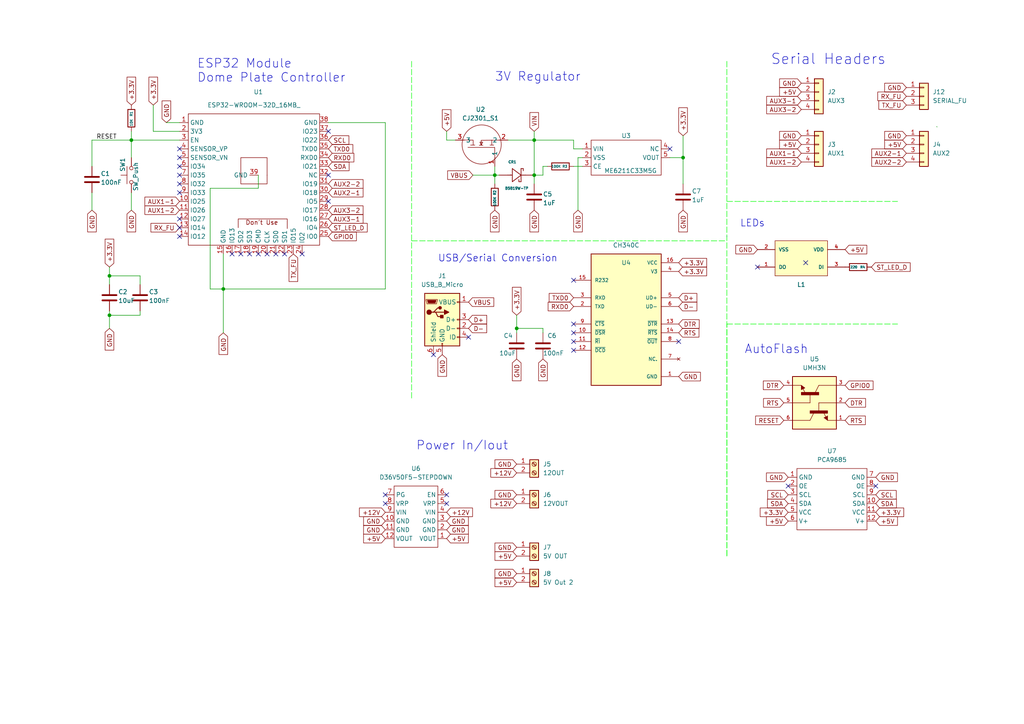
<source format=kicad_sch>
(kicad_sch (version 20211123) (generator eeschema)
  (paper "A4")
  (title_block (title "Dome Plate Controller") (date "2022-11-16") (rev "2.0") (company "Created by: Greg Hulette") (comment 3 "- Controls Serial Comms to other devices") (comment 4 "- Accepts ESP-NOW messages"))
  (lib_symbols
    (symbol "B5819W-TP_1" (pin_numbers hide) (pin_names hide)
      (property "Reference" "CR" (at 5.08 4.445 0))
      (property "Value" "B5819W-TP_1" (at 5.08 -7.62 0))
      (symbol "B5819W-TP_1_1_1"
        (polyline (pts (xy 2.54 0) (xy 3.4798 0)) (stroke (width 0.2032)))
        (polyline (pts (xy 3.175 0) (xy 3.81 0)) (stroke (width 0.2032)))
        (polyline (pts (xy 3.81 -1.905) (xy 6.35 0)) (stroke (width 0.2032)))
        (polyline (pts (xy 3.81 1.905) (xy 3.81 -1.905)) (stroke (width 0.2032)))
        (polyline (pts (xy 5.715 -1.905) (xy 5.715 -1.27)) (stroke (width 0.2032)))
        (polyline (pts (xy 6.35 -1.905) (xy 5.715 -1.905)) (stroke (width 0.2032)))
        (polyline (pts (xy 6.35 -1.905) (xy 6.35 1.905)) (stroke (width 0.2032)))
        (polyline (pts (xy 6.35 0) (xy 3.81 1.905)) (stroke (width 0.2032)))
        (polyline (pts (xy 6.35 0) (xy 7.62 0)) (stroke (width 0.2032)))
        (polyline (pts (xy 6.35 1.905) (xy 6.985 1.905)) (stroke (width 0.2032)))
        (polyline (pts (xy 6.985 1.905) (xy 6.985 1.27)) (stroke (width 0.2032)))
        (pin unspecified line (at 0 0 0) (length 2.54) (name "A") (number "A"))
        (pin unspecified line (at 10.16 0 180) (length 2.54) (name "C") (number "C"))
      )
    )
    (symbol "Connector:Screw_Terminal_01x02" (pin_names (offset 1.016) hide)
      (property "Reference" "J" (at 0 2.54 0))
      (property "Value" "Screw_Terminal_01x02" (at 0 -5.08 0))
      (symbol "Screw_Terminal_01x02_1_1"
        (rectangle (start -1.27 1.27) (end 1.27 -3.81) (stroke (width 0.254)) (fill (type background)))
        (circle (center 0 -2.54) (radius 0.635) (stroke (width 0.1524)))
        (polyline (pts (xy -0.5334 -2.2098) (xy 0.3302 -3.048)) (stroke (width 0.1524)))
        (polyline (pts (xy -0.5334 0.3302) (xy 0.3302 -0.508)) (stroke (width 0.1524)))
        (polyline (pts (xy -0.3556 -2.032) (xy 0.508 -2.8702)) (stroke (width 0.1524)))
        (polyline (pts (xy -0.3556 0.508) (xy 0.508 -0.3302)) (stroke (width 0.1524)))
        (circle (center 0 0) (radius 0.635) (stroke (width 0.1524)))
        (pin passive line (at -5.08 0 0) (length 3.81) (name "Pin_1") (number "1"))
        (pin passive line (at -5.08 -2.54 0) (length 3.81) (name "Pin_2") (number "2"))
      )
    )
    (symbol "Connector:USB_B_Micro" (pin_names (offset 1.016))
      (property "Reference" "J" (at -5.08 11.43 0))
      (property "Value" "USB_B_Micro" (at -5.08 8.89 0))
      (symbol "USB_B_Micro_0_1"
        (rectangle (start -5.08 -7.62) (end 5.08 7.62) (stroke (width 0.254)) (fill (type background)))
        (circle (center -3.81 2.159) (radius 0.635) (stroke (width 0.254)) (fill (type outline)))
        (circle (center -0.635 3.429) (radius 0.381) (stroke (width 0.254)) (fill (type outline)))
        (rectangle (start -0.127 -7.62) (end 0.127 -6.858))
        (polyline (pts (xy -1.905 2.159) (xy 0.635 2.159)) (stroke (width 0.254)))
        (polyline (pts (xy -3.175 2.159) (xy -2.54 2.159) (xy -1.27 3.429) (xy -0.635 3.429)) (stroke (width 0.254)))
        (polyline (pts (xy -2.54 2.159) (xy -1.905 2.159) (xy -1.27 0.889) (xy 0 0.889)) (stroke (width 0.254)))
        (polyline (pts (xy 0.635 2.794) (xy 0.635 1.524) (xy 1.905 2.159) (xy 0.635 2.794)) (stroke (width 0.254)) (fill (type outline)))
        (polyline (pts (xy -4.318 5.588) (xy -1.778 5.588) (xy -2.032 4.826) (xy -4.064 4.826) (xy -4.318 5.588)) (fill (type outline)))
        (polyline (pts (xy -4.699 5.842) (xy -4.699 5.588) (xy -4.445 4.826) (xy -4.445 4.572) (xy -1.651 4.572) (xy -1.651 4.826) (xy -1.397 5.588) (xy -1.397 5.842) (xy -4.699 5.842)))
        (rectangle (start 0.254 1.27) (end -0.508 0.508) (stroke (width 0.254)) (fill (type outline)))
        (rectangle (start 5.08 -5.207) (end 4.318 -4.953))
        (rectangle (start 5.08 -2.667) (end 4.318 -2.413))
        (rectangle (start 5.08 -0.127) (end 4.318 0.127))
        (rectangle (start 5.08 4.953) (end 4.318 5.207))
      )
      (symbol "USB_B_Micro_1_1"
        (pin power_out line (at 7.62 5.08 180) (length 2.54) (name "VBUS") (number "1"))
        (pin bidirectional line (at 7.62 -2.54 180) (length 2.54) (name "D-") (number "2"))
        (pin bidirectional line (at 7.62 0 180) (length 2.54) (name "D+") (number "3"))
        (pin passive line (at 7.62 -5.08 180) (length 2.54) (name "ID") (number "4"))
        (pin power_out line (at 0 -10.16 90) (length 2.54) (name "GND") (number "5"))
        (pin passive line (at -2.54 -10.16 90) (length 2.54) (name "Shield") (number "6"))
      )
    )
    (symbol "Connector_Generic:Conn_01x03" (pin_names (offset 1.016) hide)
      (property "Reference" "J" (at 0 5.08 0))
      (property "Value" "Conn_01x03" (at 0 -5.08 0))
      (symbol "Conn_01x03_1_1"
        (rectangle (start -1.27 -2.413) (end 0 -2.667) (stroke (width 0.1524)))
        (rectangle (start -1.27 0.127) (end 0 -0.127) (stroke (width 0.1524)))
        (rectangle (start -1.27 2.667) (end 0 2.413) (stroke (width 0.1524)))
        (rectangle (start -1.27 3.81) (end 1.27 -3.81) (stroke (width 0.254)) (fill (type background)))
        (pin passive line (at -5.08 2.54 0) (length 3.81) (name "Pin_1") (number "1"))
        (pin passive line (at -5.08 0 0) (length 3.81) (name "Pin_2") (number "2"))
        (pin passive line (at -5.08 -2.54 0) (length 3.81) (name "Pin_3") (number "3"))
      )
    )
    (symbol "Connector_Generic:Conn_01x04" (pin_names (offset 1.016) hide)
      (property "Reference" "J" (at 0 5.08 0))
      (property "Value" "Conn_01x04" (at 0 -7.62 0))
      (symbol "Conn_01x04_1_1"
        (rectangle (start -1.27 -4.953) (end 0 -5.207) (stroke (width 0.1524)))
        (rectangle (start -1.27 -2.413) (end 0 -2.667) (stroke (width 0.1524)))
        (rectangle (start -1.27 0.127) (end 0 -0.127) (stroke (width 0.1524)))
        (rectangle (start -1.27 2.667) (end 0 2.413) (stroke (width 0.1524)))
        (rectangle (start -1.27 3.81) (end 1.27 -6.35) (stroke (width 0.254)) (fill (type background)))
        (pin passive line (at -5.08 2.54 0) (length 3.81) (name "Pin_1") (number "1"))
        (pin passive line (at -5.08 0 0) (length 3.81) (name "Pin_2") (number "2"))
        (pin passive line (at -5.08 -2.54 0) (length 3.81) (name "Pin_3") (number "3"))
        (pin passive line (at -5.08 -5.08 0) (length 3.81) (name "Pin_4") (number "4"))
      )
    )
    (symbol "Custom:CH340C" (pin_names (offset 1.016))
      (property "Reference" "U" (at -10.16 20.955 0))
      (property "Value" "CH340C" (at -10.16 -20.32 0))
      (symbol "CH340C_0_0"
        (rectangle (start -10.16 -17.78) (end 10.16 20.32) (stroke (width 0.254)) (fill (type background)))
        (pin power_in line (at 15.24 -15.24 180) (length 5.08) (name "GND") (number "1"))
        (pin input line (at -15.24 -2.54 0) (length 5.08) (name "~{DSR}") (number "10"))
        (pin input line (at -15.24 -5.08 0) (length 5.08) (name "~{RI}") (number "11"))
        (pin input line (at -15.24 -7.62 0) (length 5.08) (name "~{DCD}") (number "12"))
        (pin output line (at 15.24 0 180) (length 5.08) (name "~{DTR}") (number "13"))
        (pin output line (at 15.24 -2.54 180) (length 5.08) (name "~{RTS}") (number "14"))
        (pin input line (at -15.24 12.7 0) (length 5.08) (name "R232") (number "15"))
        (pin power_in line (at 15.24 17.78 180) (length 5.08) (name "VCC") (number "16"))
        (pin output line (at -15.24 5.08 0) (length 5.08) (name "TXD") (number "2"))
        (pin input line (at -15.24 7.62 0) (length 5.08) (name "RXD") (number "3"))
        (pin power_in line (at 15.24 15.24 180) (length 5.08) (name "V3") (number "4"))
        (pin bidirectional line (at 15.24 7.62 180) (length 5.08) (name "UD+") (number "5"))
        (pin bidirectional line (at 15.24 5.08 180) (length 5.08) (name "UD-") (number "6"))
        (pin no_connect line (at 15.24 -10.16 180) (length 5.08) (name "NC.") (number "7"))
        (pin output line (at 15.24 -5.08 180) (length 5.08) (name "~{OUT}") (number "8"))
        (pin input line (at -15.24 0 0) (length 5.08) (name "~{CTS}") (number "9"))
      )
    )
    (symbol "Custom:CJ2301_S1"
      (property "Reference" "U" (at 0 10.16 0))
      (property "Value" "CJ2301_S1" (at -1.27 -10.16 0))
      (symbol "CJ2301_S1_0_1"
        (polyline (pts (xy -8.89 1.27) (xy -8.89 1.27)))
        (polyline (pts (xy -1.9558 -0.1778) (xy -3.2258 -0.1778)))
        (polyline (pts (xy 2.413 -0.1778) (xy 3.5052 -0.1778)))
        (polyline (pts (xy 2.9464 1.2954) (xy 2.9464 -0.1016)))
        (polyline (pts (xy -5.0292 1.2954) (xy -2.4638 1.27) (xy -2.4638 -0.1016)))
        (polyline (pts (xy -0.508 0.6604) (xy 0.3302 0.6858) (xy -0.127 -0.1778)))
        (polyline (pts (xy 3.8354 -3.8608) (xy 3.7846 -0.8382) (xy -3.9878 -0.8382)))
        (polyline (pts (xy 5.08 1.27) (xy -0.1524 1.2192) (xy -0.1016 -0.2032)))
        (polyline (pts (xy -0.4826 0.6096) (xy -0.127 -0.2286) (xy 0.381 -0.2286) (xy -0.7112 -0.2286)))
        (circle (center 0 0) (radius 5.6796))
      )
      (symbol "CJ2301_S1_1_1"
        (pin bidirectional line (at 3.81 -6.35 90) (length 2.54) (name "1") (number "1"))
        (pin bidirectional line (at 7.62 1.27 180) (length 2.54) (name "2") (number "2"))
        (pin input line (at -7.62 1.27 0) (length 2.54) (name "3") (number "3"))
      )
    )
    (symbol "Custom:ESP32-WROOM-32-Custom"
      (property "Reference" "U" (at -3.7846 54.2036 0))
      (property "Value" "ESP32-WROOM-32-Custom" (at -2.1082 -82.3214 0))
      (symbol "ESP32-WROOM-32-Custom_0_0"
        (text "Don't Use" (at 1.016 -11.176 0) (effects (font (size 1.27 1.27))))
      )
      (symbol "ESP32-WROOM-32-Custom_0_1"
        (rectangle (start -20.32 20.32) (end 17.78 -17.78))
        (rectangle (start -5.08 7.62) (end 2.54 0))
        (polyline (pts (xy -5.842 -12.7) (xy -5.842 -10.16) (xy 8.382 -10.16) (xy 8.382 -12.954)))
        (rectangle (start 2.54 2.54) (end 2.54 2.54))
      )
      (symbol "ESP32-WROOM-32-Custom_1_1"
        (pin bidirectional line (at -22.86 17.78 0) (length 2.54) (name "GND") (number "1"))
        (pin bidirectional line (at -22.86 -5.08 0) (length 2.54) (name "IO25") (number "10"))
        (pin bidirectional line (at -22.86 -7.62 0) (length 2.54) (name "IO26") (number "11"))
        (pin bidirectional line (at -22.86 -10.16 0) (length 2.54) (name "IO27") (number "12"))
        (pin bidirectional line (at -22.86 -12.7 0) (length 2.54) (name "IO14") (number "13"))
        (pin bidirectional line (at -22.86 -15.24 0) (length 2.54) (name "IO12") (number "14"))
        (pin bidirectional line (at -10.16 -20.32 90) (length 2.54) (name "GND") (number "15"))
        (pin bidirectional line (at -7.62 -20.32 90) (length 2.54) (name "IO13") (number "16"))
        (pin bidirectional line (at -5.08 -20.32 90) (length 2.54) (name "SD2") (number "17"))
        (pin bidirectional line (at -2.54 -20.32 90) (length 2.54) (name "SD3") (number "18"))
        (pin bidirectional line (at 0 -20.32 90) (length 2.54) (name "CMD") (number "19"))
        (pin bidirectional line (at -22.86 15.24 0) (length 2.54) (name "3V3") (number "2"))
        (pin bidirectional line (at 2.54 -20.32 90) (length 2.54) (name "CLK") (number "20"))
        (pin bidirectional line (at 5.08 -20.32 90) (length 2.54) (name "SD0") (number "21"))
        (pin bidirectional line (at 7.62 -20.32 90) (length 2.54) (name "SD1") (number "22"))
        (pin bidirectional line (at 10.16 -20.32 90) (length 2.54) (name "IO15") (number "23"))
        (pin bidirectional line (at 12.7 -20.32 90) (length 2.54) (name "IO2") (number "24"))
        (pin bidirectional line (at 20.32 -15.24 180) (length 2.54) (name "IO0") (number "25"))
        (pin bidirectional line (at 20.32 -12.7 180) (length 2.54) (name "IO4") (number "26"))
        (pin bidirectional line (at 20.32 -10.16 180) (length 2.54) (name "IO16") (number "27"))
        (pin bidirectional line (at 20.32 -7.62 180) (length 2.54) (name "IO17") (number "28"))
        (pin bidirectional line (at 20.32 -5.08 180) (length 2.54) (name "IO5") (number "29"))
        (pin bidirectional line (at -22.86 12.7 0) (length 2.54) (name "EN") (number "3"))
        (pin bidirectional line (at 20.32 -2.54 180) (length 2.54) (name "IO18") (number "30"))
        (pin bidirectional line (at 20.32 0 180) (length 2.54) (name "IO19") (number "31"))
        (pin bidirectional line (at 20.32 2.54 180) (length 2.54) (name "NC") (number "32"))
        (pin bidirectional line (at 20.32 5.08 180) (length 2.54) (name "IO21") (number "33"))
        (pin bidirectional line (at 20.32 7.62 180) (length 2.54) (name "RXD0") (number "34"))
        (pin bidirectional line (at 20.32 10.16 180) (length 2.54) (name "TXD0") (number "35"))
        (pin bidirectional line (at 20.32 12.7 180) (length 2.54) (name "IO22") (number "36"))
        (pin bidirectional line (at 20.32 15.24 180) (length 2.54) (name "IO23") (number "37"))
        (pin bidirectional line (at 20.32 17.78 180) (length 2.54) (name "GND") (number "38"))
        (pin bidirectional line (at 0 2.54 180) (length 2.54) (name "GND") (number "39"))
        (pin bidirectional line (at -22.86 10.16 0) (length 2.54) (name "SENSOR_VP") (number "4"))
        (pin bidirectional line (at -22.86 7.62 0) (length 2.54) (name "SENSOR_VN") (number "5"))
        (pin bidirectional line (at -22.86 5.08 0) (length 2.54) (name "IO34") (number "6"))
        (pin bidirectional line (at -22.86 2.54 0) (length 2.54) (name "IO35") (number "7"))
        (pin bidirectional line (at -22.86 0 0) (length 2.54) (name "IO32") (number "8"))
        (pin bidirectional line (at -22.86 -2.54 0) (length 2.54) (name "IO33") (number "9"))
      )
    )
    (symbol "Custom:ME6211C33M5G"
      (property "Reference" "U" (at -0.1016 6.4262 0))
      (property "Value" "ME6211C33M5G" (at -0.4064 -7.6454 0))
      (symbol "ME6211C33M5G_0_1"
        (rectangle (start -10.16 5.08) (end 10.16 -5.08))
      )
      (symbol "ME6211C33M5G_1_1"
        (pin bidirectional line (at -12.7 2.54 0) (length 2.54) (name "VIN") (number "1"))
        (pin bidirectional line (at -12.7 0 0) (length 2.54) (name "VSS") (number "2"))
        (pin bidirectional line (at -12.7 -2.54 0) (length 2.54) (name "CE") (number "3"))
        (pin bidirectional line (at 12.7 2.54 180) (length 2.54) (name "NC") (number "4"))
        (pin bidirectional line (at 12.7 0 180) (length 2.54) (name "VOUT") (number "5"))
      )
    )
    (symbol "Custom:PCA9685"
      (property "Reference" "U" (at 0.254 8.89 0))
      (property "Value" "PCA9685" (at -0.762 -11.938 0))
      (symbol "PCA9685_0_1"
        (rectangle (start -10.16 7.62) (end 10.16 -10.16))
      )
      (symbol "PCA9685_1_1"
        (pin bidirectional line (at -12.7 5.08 0) (length 2.54) (name "GND") (number "1"))
        (pin bidirectional line (at 12.7 -2.54 180) (length 2.54) (name "SDA") (number "10"))
        (pin bidirectional line (at 12.7 -5.08 180) (length 2.54) (name "VCC") (number "11"))
        (pin bidirectional line (at 12.7 -7.62 180) (length 2.54) (name "V+") (number "12"))
        (pin bidirectional line (at -12.7 2.54 0) (length 2.54) (name "OE") (number "2"))
        (pin bidirectional line (at -12.7 0 0) (length 2.54) (name "SCL") (number "3"))
        (pin bidirectional line (at -12.7 -2.54 0) (length 2.54) (name "SDA") (number "4"))
        (pin bidirectional line (at -12.7 -5.08 0) (length 2.54) (name "VCC") (number "5"))
        (pin bidirectional line (at -12.7 -7.62 0) (length 2.54) (name "V+") (number "6"))
        (pin bidirectional line (at 12.7 5.08 180) (length 2.54) (name "GND") (number "7"))
        (pin bidirectional line (at 12.7 2.54 180) (length 2.54) (name "OE") (number "8"))
        (pin bidirectional line (at 12.7 0 180) (length 2.54) (name "SCL") (number "9"))
      )
    )
    (symbol "Custom:UMH3N" (pin_names (offset 1.016) hide)
      (property "Reference" "U" (at 2.54 0 0))
      (property "Value" "UMH3N" (at 2.54 -2.54 0))
      (symbol "UMH3N_0_0"
        (rectangle (start -12.7 -7.62) (end 2.54 5.08) (stroke (width 0.254)) (fill (type background)))
        (rectangle (start -2.794 -2.54) (end -2.032 2.54) (fill (type outline)))
        (polyline (pts (xy -10.16 -5.08) (xy -10.16 -7.62)) (stroke (width 0.1524)))
        (polyline (pts (xy -10.16 -5.08) (xy -8.89 -5.08)) (stroke (width 0.1524)))
        (polyline (pts (xy -10.16 0) (xy -10.16 5.08)) (stroke (width 0.1524)))
        (polyline (pts (xy -10.16 0) (xy -8.128 -1.016)) (stroke (width 0.1524)))
        (polyline (pts (xy -9.906 -4.953) (xy -9.398 -4.318)) (stroke (width 0.254)))
        (polyline (pts (xy -9.525 -4.826) (xy -9.398 -4.572)) (stroke (width 0.254)))
        (polyline (pts (xy -9.398 -4.318) (xy -9.144 -4.826)) (stroke (width 0.254)))
        (polyline (pts (xy -9.398 -4.064) (xy -10.16 -5.08)) (stroke (width 0.1524)))
        (polyline (pts (xy -9.1694 -4.572) (xy -7.9248 -3.9624)) (stroke (width 0.1524)))
        (polyline (pts (xy -9.144 -4.953) (xy -9.906 -4.953)) (stroke (width 0.254)))
        (polyline (pts (xy -9.144 -4.826) (xy -9.525 -4.826)) (stroke (width 0.254)))
        (polyline (pts (xy -8.89 -5.08) (xy -9.398 -4.064)) (stroke (width 0.1524)))
        (polyline (pts (xy -7.62 -2.54) (xy -5.08 -2.54)) (stroke (width 0.1524)))
        (polyline (pts (xy -5.08 -2.54) (xy -5.08 -7.62)) (stroke (width 0.1524)))
        (polyline (pts (xy -5.08 0) (xy -5.08 5.08)) (stroke (width 0.1524)))
        (polyline (pts (xy -2.54 0) (xy -5.08 0)) (stroke (width 0.1524)))
        (polyline (pts (xy -1.27 2.54) (xy -0.762 1.524)) (stroke (width 0.1524)))
        (polyline (pts (xy -1.016 2.286) (xy -0.635 2.286)) (stroke (width 0.254)))
        (polyline (pts (xy -1.016 2.413) (xy -0.254 2.413)) (stroke (width 0.254)))
        (polyline (pts (xy -0.9906 2.032) (xy -2.2352 1.4224)) (stroke (width 0.1524)))
        (polyline (pts (xy -0.762 1.524) (xy 0 2.54)) (stroke (width 0.1524)))
        (polyline (pts (xy -0.762 1.778) (xy -1.016 2.286)) (stroke (width 0.254)))
        (polyline (pts (xy -0.635 2.286) (xy -0.762 2.032)) (stroke (width 0.254)))
        (polyline (pts (xy -0.254 2.413) (xy -0.762 1.778)) (stroke (width 0.254)))
        (polyline (pts (xy 0 -2.54) (xy -2.032 -1.524)) (stroke (width 0.1524)))
        (polyline (pts (xy 0 -2.54) (xy 0 -7.62)) (stroke (width 0.1524)))
        (polyline (pts (xy 0 2.54) (xy -1.27 2.54)) (stroke (width 0.1524)))
        (polyline (pts (xy 0 5.08) (xy 0 2.54)) (stroke (width 0.1524)))
        (polyline (pts (xy -8.128 0) (xy -7.366 0) (xy -7.366 -5.08) (xy -8.128 -5.08) (xy -8.128 0)) (fill (type outline)))
        (pin output line (at -10.16 -10.16 90) (length 2.54) (name "~") (number "1"))
        (pin input line (at -5.08 -10.16 90) (length 2.54) (name "~") (number "2"))
        (pin input line (at 0 -10.16 90) (length 2.54) (name "~") (number "3"))
        (pin output line (at 0 7.62 270) (length 2.54) (name "~") (number "4"))
        (pin input line (at -5.08 7.62 270) (length 2.54) (name "~") (number "5"))
        (pin input line (at -10.16 7.62 270) (length 2.54) (name "~") (number "6"))
      )
    )
    (symbol "Device:C" (pin_numbers hide) (pin_names (offset 0.254))
      (property "Reference" "C" (at 0.635 2.54 0))
      (property "Value" "C" (at 0.635 -2.54 0))
      (symbol "C_0_1"
        (polyline (pts (xy -2.032 -0.762) (xy 2.032 -0.762)) (stroke (width 0.508)))
        (polyline (pts (xy -2.032 0.762) (xy 2.032 0.762)) (stroke (width 0.508)))
      )
      (symbol "C_1_1"
        (pin passive line (at 0 3.81 270) (length 2.794) (name "~") (number "1"))
        (pin passive line (at 0 -3.81 90) (length 2.794) (name "~") (number "2"))
      )
    )
    (symbol "Device:R" (pin_numbers hide) (pin_names (offset 0))
      (property "Reference" "R" (at 2.032 0 90))
      (property "Value" "R" (at 0 0 90))
      (symbol "R_0_1"
        (rectangle (start -1.016 -2.54) (end 1.016 2.54) (stroke (width 0.254)))
      )
      (symbol "R_1_1"
        (pin passive line (at 0 3.81 270) (length 1.27) (name "~") (number "1"))
        (pin passive line (at 0 -3.81 90) (length 1.27) (name "~") (number "2"))
      )
    )
    (symbol "LED:WS2812B-2020" (pin_names (offset 1.016))
      (property "Reference" "L" (at -7.366 5.842 0))
      (symbol "WS2812B-2020_0_0"
        (rectangle (start -7.62 -5.08) (end 7.62 5.08) (stroke (width 0.1524)) (fill (type background)))
        (pin bidirectional line (at 12.7 2.54 180) (length 5.08) (name "DO") (number "1"))
        (pin bidirectional line (at 12.7 -2.54 180) (length 5.08) (name "VSS") (number "2"))
        (pin bidirectional line (at -12.7 2.54 0) (length 5.08) (name "DI") (number "3"))
        (pin bidirectional line (at -12.7 -2.54 0) (length 5.08) (name "VDD") (number "4"))
      )
    )
    (symbol "Pololu:D36V50F5-STEPDOWN"
      (property "Reference" "U" (at 0.762 -11.684 0))
      (property "Value" "D36V50F5-STEPDOWN" (at 0.254 10.414 0))
      (symbol "D36V50F5-STEPDOWN_0_1"
        (rectangle (start -6.35 -8.89) (end 6.35 8.89))
      )
      (symbol "D36V50F5-STEPDOWN_1_1"
        (pin bidirectional line (at 8.89 -6.35 180) (length 2.54) (name "VOUT") (number "1"))
        (pin bidirectional line (at -8.89 -1.27 0) (length 2.54) (name "GND") (number "10"))
        (pin bidirectional line (at -8.89 -3.81 0) (length 2.54) (name "GND") (number "11"))
        (pin bidirectional line (at -8.89 -6.35 0) (length 2.54) (name "VOUT") (number "12"))
        (pin bidirectional line (at 8.89 -3.81 180) (length 2.54) (name "GND") (number "2"))
        (pin bidirectional line (at 8.89 -1.27 180) (length 2.54) (name "GND") (number "3"))
        (pin bidirectional line (at 8.89 1.27 180) (length 2.54) (name "VIN") (number "4"))
        (pin bidirectional line (at 8.89 3.81 180) (length 2.54) (name "VRP") (number "5"))
        (pin bidirectional line (at 8.89 6.35 180) (length 2.54) (name "EN") (number "6"))
        (pin bidirectional line (at -8.89 6.35 0) (length 2.54) (name "PG") (number "7"))
        (pin bidirectional line (at -8.89 3.81 0) (length 2.54) (name "VRP") (number "8"))
        (pin bidirectional line (at -8.89 1.27 0) (length 2.54) (name "VIN") (number "9"))
      )
    )
    (symbol "Switch:SW_Push" (pin_numbers hide) (pin_names (offset 1.016) hide)
      (property "Reference" "SW" (at 1.27 2.54 0))
      (property "Value" "SW_Push" (at 0 -1.524 0))
      (symbol "SW_Push_0_1"
        (circle (center -2.032 0) (radius 0.508))
        (polyline (pts (xy 0 1.27) (xy 0 3.048)))
        (polyline (pts (xy 2.54 1.27) (xy -2.54 1.27)))
        (circle (center 2.032 0) (radius 0.508))
        (pin passive line (at -5.08 0 0) (length 2.54) (name "1") (number "1"))
        (pin passive line (at 5.08 0 180) (length 2.54) (name "2") (number "2"))
      )
    )
  )
  (junction (at 64.77 83.82))
  (junction (at 31.75 91.44))
  (junction (at 198.12 45.72))
  (junction (at 143.51 50.8))
  (junction (at 31.75 80.01))
  (junction (at 154.94 40.64))
  (junction (at 149.86 95.25))
  (junction (at 38.1 40.64))
  (junction (at 154.94 50.8))
  (no_connect (at 194.31 43.18))
  (no_connect (at 196.85 99.06))
  (no_connect (at 52.07 50.8))
  (no_connect (at 95.25 50.8))
  (no_connect (at 52.07 43.18))
  (no_connect (at 87.63 73.66))
  (no_connect (at 125.73 102.87))
  (no_connect (at 52.07 68.58))
  (no_connect (at 74.93 73.66))
  (no_connect (at 233.68 76.2))
  (no_connect (at 77.47 73.66))
  (no_connect (at 67.31 73.66))
  (no_connect (at 52.07 45.72))
  (no_connect (at 80.01 73.66))
  (no_connect (at 219.71 77.47))
  (no_connect (at 69.85 73.66))
  (no_connect (at 52.07 55.88))
  (no_connect (at 95.25 38.1))
  (no_connect (at 52.07 63.5))
  (no_connect (at 166.37 93.98))
  (no_connect (at 166.37 96.52))
  (no_connect (at 166.37 101.6))
  (no_connect (at 166.37 99.06))
  (no_connect (at 52.07 66.04))
  (no_connect (at 82.55 73.66))
  (no_connect (at 135.89 97.79))
  (no_connect (at 52.07 53.34))
  (no_connect (at 228.6 140.97))
  (no_connect (at 254 140.97))
  (no_connect (at 129.54 146.05))
  (no_connect (at 129.54 143.51))
  (no_connect (at 111.76 143.51))
  (no_connect (at 111.76 146.05))
  (no_connect (at 72.39 73.66))
  (no_connect (at 95.25 58.42))
  (no_connect (at 52.07 48.26))
  (no_connect (at 166.37 81.28))
  (wire (pts (xy 40.64 90.17) (xy 40.64 91.44)))
  (wire (pts (xy 38.1 40.64) (xy 52.07 40.64)))
  (wire (pts (xy 271.6847 36.6868) (xy 271.78 36.83)))
  (wire (pts (xy 31.75 77.47) (xy 31.75 80.01)))
  (wire (pts (xy 64.77 83.82) (xy 111.76 83.82)))
  (wire (pts (xy 154.94 50.8) (xy 154.94 53.34)))
  (wire (pts (xy 64.77 73.66) (xy 64.77 83.82)))
  (wire (pts (xy 95.25 35.56) (xy 111.76 35.56)))
  (wire (pts (xy 154.94 40.64) (xy 166.37 40.64)))
  (polyline (pts (xy 210.82 68.58) (xy 210.82 68.58)))
  (wire (pts (xy 40.64 91.44) (xy 31.75 91.44)))
  (wire (pts (xy 64.77 83.82) (xy 64.77 96.52)))
  (polyline (pts (xy 210.82 93.98) (xy 260.35 93.98)) (stroke (width 0) (color 0 255 0 1)))
  (wire (pts (xy 31.75 80.01) (xy 31.75 82.55)))
  (wire (pts (xy 26.67 40.64) (xy 38.1 40.64)))
  (wire (pts (xy 31.75 91.44) (xy 31.75 95.25)))
  (wire (pts (xy 143.51 48.26) (xy 143.51 50.8)))
  (wire (pts (xy 149.86 91.44) (xy 149.86 95.25)))
  (wire (pts (xy 38.1 40.64) (xy 38.1 45.72)))
  (polyline (pts (xy 119.38 17.78) (xy 119.38 115.57)) (stroke (width 0) (color 0 255 0 1)))
  (wire (pts (xy 26.67 48.26) (xy 26.67 40.64)))
  (polyline (pts (xy 210.82 58.42) (xy 260.35 58.42)) (stroke (width 0) (color 0 255 0 1)))
  (wire (pts (xy 74.93 50.8) (xy 74.93 54.61)))
  (wire (pts (xy 166.37 48.26) (xy 168.91 48.26)))
  (wire (pts (xy 198.12 39.37) (xy 198.12 45.72)))
  (wire (pts (xy 38.1 55.88) (xy 38.1 60.96)))
  (wire (pts (xy 40.64 80.01) (xy 40.64 82.55)))
  (wire (pts (xy 44.45 30.48) (xy 44.45 38.1)))
  (wire (pts (xy 157.48 48.26) (xy 157.48 50.8)))
  (wire (pts (xy 149.86 95.25) (xy 149.86 96.52)))
  (polyline (pts (xy 210.82 17.78) (xy 210.82 161.29)) (stroke (width 0) (color 0 255 0 1)))
  (wire (pts (xy 60.96 83.82) (xy 64.77 83.82)))
  (wire (pts (xy 157.48 95.25) (xy 149.86 95.25)))
  (wire (pts (xy 60.96 54.61) (xy 60.96 83.82)))
  (wire (pts (xy 52.07 35.56) (xy 48.26 35.56)))
  (wire (pts (xy 31.75 90.17) (xy 31.75 91.44)))
  (wire (pts (xy 129.54 40.64) (xy 132.08 40.64)))
  (wire (pts (xy 38.1 38.1) (xy 38.1 40.64)))
  (wire (pts (xy 129.54 38.1) (xy 129.54 40.64)))
  (wire (pts (xy 167.64 45.72) (xy 168.91 45.72)))
  (wire (pts (xy 194.31 45.72) (xy 198.12 45.72)))
  (wire (pts (xy 26.67 55.88) (xy 26.67 60.96)))
  (wire (pts (xy 147.32 40.64) (xy 154.94 40.64)))
  (wire (pts (xy 166.37 43.18) (xy 168.91 43.18)))
  (polyline (pts (xy 119.38 69.85) (xy 210.82 69.85)) (stroke (width 0) (color 0 255 0 1)))
  (polyline (pts (xy 210.82 161.29) (xy 210.82 93.98)) (stroke (width 0) (color 0 255 0 1)))
  (wire (pts (xy 154.94 40.64) (xy 154.94 50.8)))
  (wire (pts (xy 166.37 40.64) (xy 166.37 43.18)))
  (wire (pts (xy 198.12 45.72) (xy 198.12 53.34)))
  (wire (pts (xy 143.51 50.8) (xy 143.51 53.34)))
  (wire (pts (xy 44.45 38.1) (xy 52.07 38.1)))
  (wire (pts (xy 167.64 45.72) (xy 167.64 60.96)))
  (wire (pts (xy 137.16 50.8) (xy 143.51 50.8)))
  (wire (pts (xy 74.93 54.61) (xy 60.96 54.61)))
  (wire (pts (xy 31.75 80.01) (xy 40.64 80.01)))
  (wire (pts (xy 157.48 50.8) (xy 154.94 50.8)))
  (wire (pts (xy 157.48 95.25) (xy 157.48 96.52)))
  (wire (pts (xy 111.76 35.56) (xy 111.76 83.82)))
  (wire (pts (xy 143.51 50.8) (xy 144.78 50.8)))
  (wire (pts (xy 154.94 38.1) (xy 154.94 40.64)))
  (wire (pts (xy 157.48 48.26) (xy 158.75 48.26)))
  (text "ESP32 Module \nDome Plate Controller" (at 57.15 24.13 0) (effects (font (size 2.54 2.54)) (justify left bottom)))
  (text "3V Regulator\n\n" (at 143.51 27.94 0) (effects (font (size 2.54 2.54)) (justify left bottom)))
  (text "LEDs" (at 214.63 66.04 0) (effects (font (size 2 2)) (justify left bottom)))
  (text "Power In/Iout" (at 120.65 130.81 0) (effects (font (size 2.54 2.54)) (justify left bottom)))
  (text "USB/Serial Conversion \n" (at 127 76.2 0) (effects (font (size 2 2)) (justify left bottom)))
  (text "AutoFlash\n" (at 215.9 102.87 0) (effects (font (size 2.54 2.54)) (justify left bottom)))
  (text "Serial Headers" (at 223.52 19.05 0) (effects (font (size 3 3)) (justify left bottom)))
  (label "RESET" (at 27.94 40.64 0))
  (global_label "ST_LED_D" (shape input) (at 95.25 66.04 0) (property "Intersheet References" "${INTERSHEET_REFS}" (effects hide)))
  (global_label "SCL" (shape input) (at 254 143.51 0) (property "Intersheet References" "${INTERSHEET_REFS}" (effects hide)))
  (global_label "+5V" (shape input) (at 232.41 41.91 180) (property "Intersheet References" "${INTERSHEET_REFS}" (effects hide)))
  (global_label "GND" (shape input) (at 48.26 35.56 90) (property "Intersheet References" "${INTERSHEET_REFS}" (effects hide)))
  (global_label "AUX1-1" (shape input) (at 52.07 58.42 180) (property "Intersheet References" "${INTERSHEET_REFS}" (effects hide)))
  (global_label "GND" (shape input) (at 196.85 109.22 0) (property "Intersheet References" "${INTERSHEET_REFS}" (effects hide)))
  (global_label "RTS" (shape input) (at 196.85 96.52 0) (property "Intersheet References" "${INTERSHEET_REFS}" (effects hide)))
  (global_label "RESET" (shape input) (at 227.33 121.92 180) (property "Intersheet References" "${INTERSHEET_REFS}" (effects hide)))
  (global_label "VIN" (shape input) (at 154.94 38.1 90) (property "Intersheet References" "${INTERSHEET_REFS}" (effects hide)))
  (global_label "+5V" (shape input) (at 111.76 156.21 180) (property "Intersheet References" "${INTERSHEET_REFS}" (effects hide)))
  (global_label "+3.3V" (shape input) (at 254 148.59 0) (property "Intersheet References" "${INTERSHEET_REFS}" (effects hide)))
  (global_label "RTS" (shape input) (at 227.33 116.84 180) (property "Intersheet References" "${INTERSHEET_REFS}" (effects hide)))
  (global_label "+12V" (shape input) (at 129.54 148.59 0) (property "Intersheet References" "${INTERSHEET_REFS}" (effects hide)))
  (global_label "D+" (shape input) (at 135.89 92.71 0) (property "Intersheet References" "${INTERSHEET_REFS}" (effects hide)))
  (global_label "GND" (shape input) (at 219.71 72.39 180) (property "Intersheet References" "${INTERSHEET_REFS}" (effects hide)))
  (global_label "RX_FU" (shape input) (at 262.89 27.94 180) (property "Intersheet References" "${INTERSHEET_REFS}" (effects hide)))
  (global_label "+3.3V" (shape input) (at 228.6 148.59 180) (property "Intersheet References" "${INTERSHEET_REFS}" (effects hide)))
  (global_label "TXD0" (shape input) (at 95.25 43.18 0) (property "Intersheet References" "${INTERSHEET_REFS}" (effects hide)))
  (global_label "+5V" (shape input) (at 149.86 168.91 180) (property "Intersheet References" "${INTERSHEET_REFS}" (effects hide)))
  (global_label "GND" (shape input) (at 38.1 60.96 270) (property "Intersheet References" "${INTERSHEET_REFS}" (effects hide)))
  (global_label "AUX2-2" (shape input) (at 95.25 53.34 0) (property "Intersheet References" "${INTERSHEET_REFS}" (effects hide)))
  (global_label "GPIO0" (shape input) (at 95.25 68.58 0) (property "Intersheet References" "${INTERSHEET_REFS}" (effects hide)))
  (global_label "DTR" (shape input) (at 227.33 111.76 180) (property "Intersheet References" "${INTERSHEET_REFS}" (effects hide)))
  (global_label "GND" (shape input) (at 143.51 60.96 270) (property "Intersheet References" "${INTERSHEET_REFS}" (effects hide)))
  (global_label "RXD0" (shape input) (at 95.25 45.72 0) (property "Intersheet References" "${INTERSHEET_REFS}" (effects hide)))
  (global_label "GND" (shape input) (at 262.89 25.4 180) (property "Intersheet References" "${INTERSHEET_REFS}" (effects hide)))
  (global_label "AUX1-2" (shape input) (at 52.07 60.96 180) (property "Intersheet References" "${INTERSHEET_REFS}" (effects hide)))
  (global_label "+5V" (shape input) (at 232.41 26.67 180) (property "Intersheet References" "${INTERSHEET_REFS}" (effects hide)))
  (global_label "TXD0" (shape input) (at 166.37 86.36 180) (property "Intersheet References" "${INTERSHEET_REFS}" (effects hide)))
  (global_label "GPIO0" (shape input) (at 245.11 111.76 0) (property "Intersheet References" "${INTERSHEET_REFS}" (effects hide)))
  (global_label "+5V" (shape input) (at 129.54 156.21 0) (property "Intersheet References" "${INTERSHEET_REFS}" (effects hide)))
  (global_label "D+" (shape input) (at 196.85 86.36 0) (property "Intersheet References" "${INTERSHEET_REFS}" (effects hide)))
  (global_label "+3.3V" (shape input) (at 149.86 91.44 90) (property "Intersheet References" "${INTERSHEET_REFS}" (effects hide)))
  (global_label "D-" (shape input) (at 135.89 95.25 0) (property "Intersheet References" "${INTERSHEET_REFS}" (effects hide)))
  (global_label "GND" (shape input) (at 64.77 96.52 270) (property "Intersheet References" "${INTERSHEET_REFS}" (effects hide)))
  (global_label "+3.3V" (shape input) (at 196.85 78.74 0) (property "Intersheet References" "${INTERSHEET_REFS}" (effects hide)))
  (global_label "+5V" (shape input) (at 245.11 72.39 0) (property "Intersheet References" "${INTERSHEET_REFS}" (effects hide)))
  (global_label "+3.3V" (shape input) (at 31.75 77.47 90) (property "Intersheet References" "${INTERSHEET_REFS}" (effects hide)))
  (global_label "GND" (shape input) (at 129.54 151.13 0) (property "Intersheet References" "${INTERSHEET_REFS}" (effects hide)))
  (global_label "GND" (shape input) (at 232.41 39.37 180) (property "Intersheet References" "${INTERSHEET_REFS}" (effects hide)))
  (global_label "TX_FU" (shape input) (at 262.89 30.48 180) (property "Intersheet References" "${INTERSHEET_REFS}" (effects hide)))
  (global_label "SDA" (shape input) (at 95.25 48.26 0) (property "Intersheet References" "${INTERSHEET_REFS}" (effects hide)))
  (global_label "D-" (shape input) (at 196.85 88.9 0) (property "Intersheet References" "${INTERSHEET_REFS}" (effects hide)))
  (global_label "GND" (shape input) (at 149.86 134.62 180) (property "Intersheet References" "${INTERSHEET_REFS}" (effects hide)))
  (global_label "AUX3-2" (shape input) (at 95.25 60.96 0) (property "Intersheet References" "${INTERSHEET_REFS}" (effects hide)))
  (global_label "SDA" (shape input) (at 228.6 146.05 180) (property "Intersheet References" "${INTERSHEET_REFS}" (effects hide)))
  (global_label "AUX2-2" (shape input) (at 262.89 46.99 180) (property "Intersheet References" "${INTERSHEET_REFS}" (effects hide)))
  (global_label "GND" (shape input) (at 198.12 60.96 270) (property "Intersheet References" "${INTERSHEET_REFS}" (effects hide)))
  (global_label "RXD0" (shape input) (at 166.37 88.9 180) (property "Intersheet References" "${INTERSHEET_REFS}" (effects hide)))
  (global_label "+5V" (shape input) (at 228.6 151.13 180) (property "Intersheet References" "${INTERSHEET_REFS}" (effects hide)))
  (global_label "ST_LED_D" (shape input) (at 252.73 77.47 0) (property "Intersheet References" "${INTERSHEET_REFS}" (effects hide)))
  (global_label "VBUS" (shape input) (at 135.89 87.63 0) (property "Intersheet References" "${INTERSHEET_REFS}" (effects hide)))
  (global_label "SCL" (shape input) (at 95.25 40.64 0) (property "Intersheet References" "${INTERSHEET_REFS}" (effects hide)))
  (global_label "+3.3V" (shape input) (at 38.1 30.48 90) (property "Intersheet References" "${INTERSHEET_REFS}" (effects hide)))
  (global_label "+3.3V" (shape input) (at 196.85 76.2 0) (property "Intersheet References" "${INTERSHEET_REFS}" (effects hide)))
  (global_label "GND" (shape input) (at 149.86 158.75 180) (property "Intersheet References" "${INTERSHEET_REFS}" (effects hide)))
  (global_label "AUX2-1" (shape input) (at 262.89 44.45 180) (property "Intersheet References" "${INTERSHEET_REFS}" (effects hide)))
  (global_label "SCL" (shape input) (at 228.6 143.51 180) (property "Intersheet References" "${INTERSHEET_REFS}" (effects hide)))
  (global_label "AUX3-2" (shape input) (at 232.41 31.75 180) (property "Intersheet References" "${INTERSHEET_REFS}" (effects hide)))
  (global_label "RX_FU" (shape input) (at 52.07 66.04 180) (property "Intersheet References" "${INTERSHEET_REFS}" (effects hide)))
  (global_label "+5V" (shape input) (at 262.89 41.91 180) (property "Intersheet References" "${INTERSHEET_REFS}" (effects hide)))
  (global_label "+3.3V" (shape input) (at 44.45 30.48 90) (property "Intersheet References" "${INTERSHEET_REFS}" (effects hide)))
  (global_label "+3.3V" (shape input) (at 198.12 39.37 90) (property "Intersheet References" "${INTERSHEET_REFS}" (effects hide)))
  (global_label "+5V" (shape input) (at 129.54 38.1 90) (property "Intersheet References" "${INTERSHEET_REFS}" (effects hide)))
  (global_label "AUX2-1" (shape input) (at 95.25 55.88 0) (property "Intersheet References" "${INTERSHEET_REFS}" (effects hide)))
  (global_label "GND" (shape input) (at 154.94 60.96 270) (property "Intersheet References" "${INTERSHEET_REFS}" (effects hide)))
  (global_label "DTR" (shape input) (at 245.11 116.84 0) (property "Intersheet References" "${INTERSHEET_REFS}" (effects hide)))
  (global_label "GND" (shape input) (at 31.75 95.25 270) (property "Intersheet References" "${INTERSHEET_REFS}" (effects hide)))
  (global_label "RTS" (shape input) (at 245.11 121.92 0) (property "Intersheet References" "${INTERSHEET_REFS}" (effects hide)))
  (global_label "GND" (shape input) (at 111.76 153.67 180) (property "Intersheet References" "${INTERSHEET_REFS}" (effects hide)))
  (global_label "DTR" (shape input) (at 196.85 93.98 0) (property "Intersheet References" "${INTERSHEET_REFS}" (effects hide)))
  (global_label "GND" (shape input) (at 111.76 151.13 180) (property "Intersheet References" "${INTERSHEET_REFS}" (effects hide)))
  (global_label "GND" (shape input) (at 129.54 153.67 0) (property "Intersheet References" "${INTERSHEET_REFS}" (effects hide)))
  (global_label "GND" (shape input) (at 254 138.43 0) (property "Intersheet References" "${INTERSHEET_REFS}" (effects hide)))
  (global_label "GND" (shape input) (at 26.67 60.96 270) (property "Intersheet References" "${INTERSHEET_REFS}" (effects hide)))
  (global_label "GND" (shape input) (at 228.6 138.43 180) (property "Intersheet References" "${INTERSHEET_REFS}" (effects hide)))
  (global_label "GND" (shape input) (at 128.27 102.87 270) (property "Intersheet References" "${INTERSHEET_REFS}" (effects hide)))
  (global_label "+5V" (shape input) (at 254 151.13 0) (property "Intersheet References" "${INTERSHEET_REFS}" (effects hide)))
  (global_label "GND" (shape input) (at 262.89 39.37 180) (property "Intersheet References" "${INTERSHEET_REFS}" (effects hide)))
  (global_label "AUX1-2" (shape input) (at 232.41 46.99 180) (property "Intersheet References" "${INTERSHEET_REFS}" (effects hide)))
  (global_label "AUX3-1" (shape input) (at 95.25 63.5 0) (property "Intersheet References" "${INTERSHEET_REFS}" (effects hide)))
  (global_label "TX_FU" (shape input) (at 85.09 73.66 270) (property "Intersheet References" "${INTERSHEET_REFS}" (effects hide)))
  (global_label "+5V" (shape input) (at 149.86 161.29 180) (property "Intersheet References" "${INTERSHEET_REFS}" (effects hide)))
  (global_label "+12V" (shape input) (at 111.76 148.59 180) (property "Intersheet References" "${INTERSHEET_REFS}" (effects hide)))
  (global_label "+12V" (shape input) (at 149.86 146.05 180) (property "Intersheet References" "${INTERSHEET_REFS}" (effects hide)))
  (global_label "GND" (shape input) (at 149.86 104.14 270) (property "Intersheet References" "${INTERSHEET_REFS}" (effects hide)))
  (global_label "GND" (shape input) (at 149.86 143.51 180) (property "Intersheet References" "${INTERSHEET_REFS}" (effects hide)))
  (global_label "VBUS" (shape input) (at 137.16 50.8 180) (property "Intersheet References" "${INTERSHEET_REFS}" (effects hide)))
  (global_label "GND" (shape input) (at 149.86 166.37 180) (property "Intersheet References" "${INTERSHEET_REFS}" (effects hide)))
  (global_label "+12V" (shape input) (at 149.86 137.16 180) (property "Intersheet References" "${INTERSHEET_REFS}" (effects hide)))
  (global_label "GND" (shape input) (at 157.48 104.14 270) (property "Intersheet References" "${INTERSHEET_REFS}" (effects hide)))
  (global_label "AUX1-1" (shape input) (at 232.41 44.45 180) (property "Intersheet References" "${INTERSHEET_REFS}" (effects hide)))
  (global_label "SDA" (shape input) (at 254 146.05 0) (property "Intersheet References" "${INTERSHEET_REFS}" (effects hide)))
  (global_label "GND" (shape input) (at 232.41 24.13 180) (property "Intersheet References" "${INTERSHEET_REFS}" (effects hide)))
  (global_label "AUX3-1" (shape input) (at 232.41 29.21 180) (property "Intersheet References" "${INTERSHEET_REFS}" (effects hide)))
  (global_label "GND" (shape input) (at 167.64 60.96 270) (property "Intersheet References" "${INTERSHEET_REFS}" (effects hide)))
  (symbol (lib_id "Connector:Screw_Terminal_01x02") (at 154.94 158.75 0) (unit 1)
    (property "Reference" "J7" (at 157.48 158.7499 0) (effects (justify left)))
    (property "Value" "5V OUT" (at 157.48 161.2899 0) (effects (justify left)))
    (property "Footprint" "TerminalBlock_4Ucon:TerminalBlock_4Ucon_1x02_P3.50mm_Horizontal" (effects hide))
    (property "LCSC" " C474892" (effects hide))
  )
  (symbol (lib_id "Custom:ME6211C33M5G") (at 181.61 45.72 0) (unit 1)
    (property "Reference" "U3" (at 181.61 39.37 0))
    (property "Value" "ME6211C33M5G" (at 182.88 49.53 0))
    (property "Footprint" "Package_TO_SOT_SMD:SOT-23-5" (effects hide))
    (property "LCSC" "C82942" (effects hide))
  )
  (symbol (lib_id "Custom:ESP32-WROOM-32-Custom") (at 74.93 53.34 0) (unit 1)
    (property "Reference" "U1" (at 74.93 26.67 0))
    (property "Value" "ESP32-WROOM-32D_16MB_" (at 73.66 30.48 0))
    (property "Footprint" "RF_Module:ESP32-WROOM-32" (effects hide))
    (property "LCSC" " C529578" (effects hide))
  )
  (symbol (lib_id "Connector:Screw_Terminal_01x02") (at 154.94 134.62 0) (unit 1)
    (property "Reference" "J5" (at 157.48 134.6199 0) (effects (justify left)))
    (property "Value" "12OUT" (at 157.48 137.1599 0) (effects (justify left)))
    (property "Footprint" "TerminalBlock_4Ucon:TerminalBlock_4Ucon_1x02_P3.50mm_Horizontal" (effects hide))
    (property "LCSC" " C474892" (effects hide))
  )
  (symbol (lib_id "Custom:CJ2301_S1") (at 139.7 41.91 0) (unit 1)
    (property "Reference" "U2" (at 139.3648 31.75 0))
    (property "Value" "CJ2301_S1" (at 139.3648 34.29 0))
    (property "Footprint" "Package_TO_SOT_SMD:SOT-23" (effects hide))
    (property "LCSC" " C8547" (effects hide))
  )
  (symbol (lib_id "Connector:USB_B_Micro") (at 128.27 92.71 0) (unit 1)
    (property "Reference" "J1" (at 128.27 80.01 0))
    (property "Value" "USB_B_Micro" (at 128.27 82.55 0))
    (property "Footprint" "Connector_USB:USB_Micro-B_Amphenol_10118194_Horizontal" (effects hide))
    (property "LCSC" "C132563" (effects hide))
  )
  (symbol (lib_id "Connector:Screw_Terminal_01x02") (at 154.94 143.51 0) (unit 1)
    (property "Reference" "J6" (at 157.48 143.5099 0) (effects (justify left)))
    (property "Value" "12VOUT" (at 157.48 146.0499 0) (effects (justify left)))
    (property "Footprint" "TerminalBlock_4Ucon:TerminalBlock_4Ucon_1x02_P3.50mm_Horizontal" (effects hide))
    (property "LCSC" " C474892" (effects hide))
  )
  (symbol (lib_id "Device:C") (at 154.94 57.15 180) (unit 1)
    (property "Reference" "C5" (at 157.48 56.3117 0) (effects (justify right)))
    (property "Value" "1uF" (at 157.48 58.8517 0) (effects (justify right)))
    (property "Footprint" "Capacitor_SMD:C_0402_1005Metric" (effects hide))
    (property "LCSC" "C77009" (effects hide))
  )
  (symbol (lib_id "Device:C") (at 40.64 86.36 0) (unit 1)
    (property "Reference" "C3" (at 43.18 84.6581 0) (effects (justify left)))
    (property "Value" "100nF" (at 43.18 87.1981 0) (effects (justify left)))
    (property "Footprint" "Capacitor_SMD:C_0402_1005Metric" (effects hide))
    (property "LCSC" "C307331" (effects hide))
  )
  (symbol (lib_id "LED:WS2812B-2020") (at 232.41 74.93 180) (unit 1)
    (property "Reference" "L1" (at 232.41 82.55 0))
    (property "Value" "WS2812B-2020" (effects hide))
    (property "Footprint" "Custom:WS2812B-2020" (effects hide))
    (property "LCSC" "C965555" (effects hide))
  )
  (symbol (lib_id "Device:C") (at 157.48 100.33 0) (unit 1)
    (property "Reference" "C6" (at 158.75 97.3581 0) (effects (justify left)))
    (property "Value" "100nF" (at 157.48 102.4381 0) (effects (justify left)))
    (property "Footprint" "Capacitor_SMD:C_0402_1005Metric" (effects hide))
    (property "LCSC" "C307331" (effects hide))
  )
  (symbol (lib_id "Connector_Generic:Conn_01x04") (at 267.97 41.91 0) (unit 1)
    (property "Reference" "J4" (at 270.51 41.9099 0) (effects (justify left)))
    (property "Value" "AUX2" (at 270.51 44.4499 0) (effects (justify left)))
    (property "Footprint" "Connector_Molex:Molex_KK-254_AE-6410-04A_1x04_P2.54mm_Vertical" (effects hide))
  )
  (symbol (lib_id "Device:C") (at 198.12 57.15 0) (unit 1)
    (property "Reference" "C7" (at 200.66 55.4481 0) (effects (justify left)))
    (property "Value" "1uF" (at 200.66 57.9881 0) (effects (justify left)))
    (property "Footprint" "Capacitor_SMD:C_0402_1005Metric" (effects hide))
    (property "LCSC" "C77009" (effects hide))
  )
  (symbol (lib_id "Custom:UMH3N") (at 234.95 111.76 90) (unit 1)
    (property "Reference" "U5" (at 236.22 104.14 90))
    (property "Value" "UMH3N" (at 236.22 106.68 90))
    (property "Footprint" "Custom:UMT6" (effects hide))
    (property "LCSC" " C62892" (effects hide))
  )
  (symbol (lib_id "Device:R") (at 143.51 57.15 0) (unit 1)
    (property "Reference" "R2" (at 143.51 55.88 90) (effects (font (size 0.7 0.7))))
    (property "Value" "100K" (at 143.51 58.42 90) (effects (font (size 0.7 0.7))))
    (property "Footprint" "Resistor_SMD:R_0603_1608Metric" (effects hide))
    (property "LCSC" "C25803" (effects hide))
  )
  (symbol (lib_id "Connector_Generic:Conn_01x03") (at 267.97 27.94 0) (unit 1)
    (property "Reference" "J12" (at 270.51 26.6699 0) (effects (justify left)))
    (property "Value" "SERIAL_FU" (at 270.51 29.2099 0) (effects (justify left)))
    (property "Footprint" "Connector_Molex:Molex_KK-254_AE-6410-03A_1x03_P2.54mm_Vertical" (effects hide))
    (property "LCSC" "C471416" (effects hide))
  )
  (symbol (lib_id "Custom:PCA9685") (at 241.3 143.51 0) (unit 1)
    (property "Reference" "U7" (at 241.3 130.81 0))
    (property "Value" "PCA9685" (at 241.3 133.35 0))
    (property "Footprint" "Custom:PCA9685" (effects hide))
  )
  (symbol (lib_id "Device:R") (at 248.92 77.47 270) (unit 1)
    (property "Reference" "R4" (at 250.19 77.47 90) (effects (font (size 0.7 0.7))))
    (property "Value" "220" (at 247.65 77.47 90) (effects (font (size 0.7 0.7))))
    (property "Footprint" "Resistor_SMD:R_0402_1005Metric" (effects hide))
    (property "LCSC" "C25091" (effects hide))
  )
  (symbol (lib_id "Connector:Screw_Terminal_01x02") (at 154.94 166.37 0) (unit 1)
    (property "Reference" "J8" (at 157.48 166.3699 0) (effects (justify left)))
    (property "Value" "5V Out 2" (at 157.48 168.9099 0) (effects (justify left)))
    (property "Footprint" "TerminalBlock_4Ucon:TerminalBlock_4Ucon_1x02_P3.50mm_Horizontal" (effects hide))
    (property "LCSC" " C474892" (effects hide))
  )
  (symbol (lib_id "Switch:SW_Push") (at 38.1 50.8 90) (unit 1)
    (property "Reference" "SW1" (at 35.56 45.7199 0) (effects (justify right)))
    (property "Value" "SW_Push" (at 39.37 46.9899 0) (effects (justify right)))
    (property "Footprint" "Custom:TS-1101S-B-B-B-W-A" (effects hide))
    (property "LCSC" " C692465" (effects hide))
  )
  (symbol (lib_id "Pololu:D36V50F5-STEPDOWN") (at 120.65 149.86 0) (unit 1)
    (property "Reference" "U6" (at 120.65 135.89 0))
    (property "Value" "D36V50F5-STEPDOWN" (at 120.65 138.43 0))
    (property "Footprint" "Pololu:D36V50F5-STEPDOWN" (effects hide))
  )
  (symbol (lib_id "Connector_Generic:Conn_01x04") (at 237.49 41.91 0) (unit 1)
    (property "Reference" "J3" (at 240.03 41.9099 0) (effects (justify left)))
    (property "Value" "AUX1" (at 240.03 44.4499 0) (effects (justify left)))
    (property "Footprint" "Connector_Molex:Molex_KK-254_AE-6410-04A_1x04_P2.54mm_Vertical" (effects hide))
  )
  (symbol (lib_id "Device:C") (at 31.75 86.36 0) (unit 1)
    (property "Reference" "C2" (at 34.29 84.6581 0) (effects (justify left)))
    (property "Value" "10uF" (at 34.29 87.1981 0) (effects (justify left)))
    (property "Footprint" "Capacitor_SMD:C_0402_1005Metric" (effects hide))
    (property "LCSC" "C315248" (effects hide))
  )
  (symbol (lib_id "Device:C") (at 26.67 52.07 0) (unit 1)
    (property "Reference" "C1" (at 29.21 50.3681 0) (effects (justify left)))
    (property "Value" "100nF" (at 29.21 52.9081 0) (effects (justify left)))
    (property "Footprint" "Capacitor_SMD:C_0402_1005Metric" (effects hide))
    (property "LCSC" "C307331" (effects hide))
  )
  (symbol (lib_id "Connector_Generic:Conn_01x04") (at 237.49 26.67 0) (unit 1)
    (property "Reference" "J2" (at 240.03 26.6699 0) (effects (justify left)))
    (property "Value" "AUX3" (at 240.03 29.2099 0) (effects (justify left)))
    (property "Footprint" "Connector_Molex:Molex_KK-254_AE-6410-04A_1x04_P2.54mm_Vertical" (effects hide))
  )
  (symbol (lib_id "Device:R") (at 38.1 34.29 0) (unit 1)
    (property "Reference" "R1" (at 38.1 33.02 90) (effects (font (size 0.7 0.7))))
    (property "Value" "10K" (at 38.1 35.56 90) (effects (font (size 0.7 0.7))))
    (property "Footprint" "Resistor_SMD:R_0603_1608Metric" (effects hide))
    (property "LCSC" "C269701" (effects hide))
  )
  (symbol (lib_name "B5819W-TP_1") (lib_id "Custom:B5819W-TP") (at 144.78 50.8 0) (unit 1)
    (property "Reference" "CR1" (at 148.59 46.99 0) (effects (font (size 0.75 0.75))))
    (property "Value" "B5819W-TP" (at 149.86 54.61 0) (effects (font (size 0.75 0.75))))
    (property "Footprint" "Custom:SOD3716X135N" (effects hide))
    (property "LCSC" "C84354" (effects hide))
  )
  (symbol (lib_id "Device:R") (at 162.56 48.26 270) (unit 1)
    (property "Reference" "R3" (at 163.83 48.26 90) (effects (font (size 0.7 0.7))))
    (property "Value" "100K" (at 161.29 48.26 90) (effects (font (size 0.7 0.7))))
    (property "Footprint" "Resistor_SMD:R_0603_1608Metric" (effects hide))
    (property "LCSC" "C25803" (effects hide))
  )
  (symbol (lib_id "Custom:CH340C") (at 181.61 93.98 0) (unit 1)
    (property "Reference" "U4" (at 181.61 76.2 0))
    (property "Value" "CH340C" (at 181.61 71.12 0))
    (property "Footprint" "Custom:SOIC127P600X180-16N" (effects hide))
    (property "PARTREV" "2G" (effects hide))
    (property "MANUFACTURER" "WCH" (effects hide))
    (property "MAXIMUM_PACKAGE_HEIGHT" "1.8 mm" (effects hide))
    (property "STANDARD" "IPC 7351B" (effects hide))
    (property "LCSC" "C84681" (effects hide))
  )
  (symbol (lib_id "Device:C") (at 149.86 100.33 0) (unit 1)
    (property "Reference" "C4" (at 146.05 97.3581 0) (effects (justify left)))
    (property "Value" "10uF" (at 144.78 102.4381 0) (effects (justify left)))
    (property "Footprint" "Capacitor_SMD:C_0402_1005Metric" (effects hide))
    (property "LCSC" "C315248" (effects hide))
  )
)
</source>
